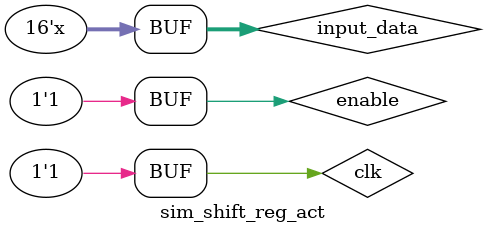
<source format=v>
`timescale 1ns / 1ps


module sim_shift_reg_act();

reg 						clk;
reg 						enable;
reg 		[15:0]			input_data;

wire		[399:0]		result;

initial
begin
	input_data <= 8'h00;
end

always
begin
	#3	clk 	= 1'b0;
		enable	= 1'b0;
	#3	clk		= 1'b1;
	#3	clk 	= 1'b0;
	#3	clk		= 1'b1;
		enable	= 1'b1;
		input_data <= input_data + 1;
end

shift_reg_act 	U1(
	.clk			(clk),
	.enable 		(enable),
	.input_data		(input_data),
	.result			(result));


endmodule

</source>
